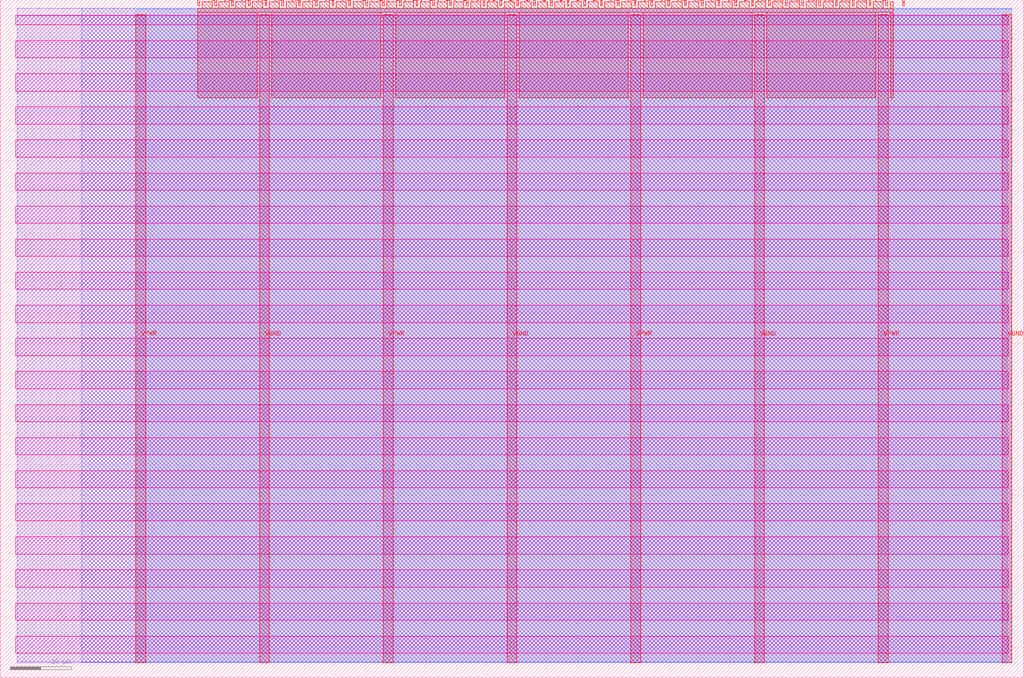
<source format=lef>
VERSION 5.7 ;
  NOWIREEXTENSIONATPIN ON ;
  DIVIDERCHAR "/" ;
  BUSBITCHARS "[]" ;
MACRO tt_um_gchenfc_seven_segment_gerry
  CLASS BLOCK ;
  FOREIGN tt_um_gchenfc_seven_segment_gerry ;
  ORIGIN 0.000 0.000 ;
  SIZE 168.360 BY 111.520 ;
  PIN VGND
    DIRECTION INOUT ;
    USE GROUND ;
    PORT
      LAYER met4 ;
        RECT 42.670 2.480 44.270 109.040 ;
    END
    PORT
      LAYER met4 ;
        RECT 83.380 2.480 84.980 109.040 ;
    END
    PORT
      LAYER met4 ;
        RECT 124.090 2.480 125.690 109.040 ;
    END
    PORT
      LAYER met4 ;
        RECT 164.800 2.480 166.400 109.040 ;
    END
  END VGND
  PIN VPWR
    DIRECTION INOUT ;
    USE POWER ;
    PORT
      LAYER met4 ;
        RECT 22.315 2.480 23.915 109.040 ;
    END
    PORT
      LAYER met4 ;
        RECT 63.025 2.480 64.625 109.040 ;
    END
    PORT
      LAYER met4 ;
        RECT 103.735 2.480 105.335 109.040 ;
    END
    PORT
      LAYER met4 ;
        RECT 144.445 2.480 146.045 109.040 ;
    END
  END VPWR
  PIN clk
    DIRECTION INPUT ;
    USE SIGNAL ;
    ANTENNAGATEAREA 0.852000 ;
    PORT
      LAYER met4 ;
        RECT 145.670 110.520 145.970 111.520 ;
    END
  END clk
  PIN ena
    DIRECTION INPUT ;
    USE SIGNAL ;
    PORT
      LAYER met4 ;
        RECT 148.430 110.520 148.730 111.520 ;
    END
  END ena
  PIN rst_n
    DIRECTION INPUT ;
    USE SIGNAL ;
    ANTENNAGATEAREA 0.196500 ;
    PORT
      LAYER met4 ;
        RECT 142.910 110.520 143.210 111.520 ;
    END
  END rst_n
  PIN ui_in[0]
    DIRECTION INPUT ;
    USE SIGNAL ;
    ANTENNAGATEAREA 0.213000 ;
    PORT
      LAYER met4 ;
        RECT 140.150 110.520 140.450 111.520 ;
    END
  END ui_in[0]
  PIN ui_in[1]
    DIRECTION INPUT ;
    USE SIGNAL ;
    ANTENNAGATEAREA 0.213000 ;
    PORT
      LAYER met4 ;
        RECT 137.390 110.520 137.690 111.520 ;
    END
  END ui_in[1]
  PIN ui_in[2]
    DIRECTION INPUT ;
    USE SIGNAL ;
    ANTENNAGATEAREA 0.126000 ;
    PORT
      LAYER met4 ;
        RECT 134.630 110.520 134.930 111.520 ;
    END
  END ui_in[2]
  PIN ui_in[3]
    DIRECTION INPUT ;
    USE SIGNAL ;
    ANTENNAGATEAREA 0.196500 ;
    PORT
      LAYER met4 ;
        RECT 131.870 110.520 132.170 111.520 ;
    END
  END ui_in[3]
  PIN ui_in[4]
    DIRECTION INPUT ;
    USE SIGNAL ;
    ANTENNAGATEAREA 0.196500 ;
    PORT
      LAYER met4 ;
        RECT 129.110 110.520 129.410 111.520 ;
    END
  END ui_in[4]
  PIN ui_in[5]
    DIRECTION INPUT ;
    USE SIGNAL ;
    ANTENNAGATEAREA 0.159000 ;
    PORT
      LAYER met4 ;
        RECT 126.350 110.520 126.650 111.520 ;
    END
  END ui_in[5]
  PIN ui_in[6]
    DIRECTION INPUT ;
    USE SIGNAL ;
    ANTENNAGATEAREA 0.213000 ;
    PORT
      LAYER met4 ;
        RECT 123.590 110.520 123.890 111.520 ;
    END
  END ui_in[6]
  PIN ui_in[7]
    DIRECTION INPUT ;
    USE SIGNAL ;
    ANTENNAGATEAREA 0.213000 ;
    PORT
      LAYER met4 ;
        RECT 120.830 110.520 121.130 111.520 ;
    END
  END ui_in[7]
  PIN uio_in[0]
    DIRECTION INPUT ;
    USE SIGNAL ;
    PORT
      LAYER met4 ;
        RECT 118.070 110.520 118.370 111.520 ;
    END
  END uio_in[0]
  PIN uio_in[1]
    DIRECTION INPUT ;
    USE SIGNAL ;
    PORT
      LAYER met4 ;
        RECT 115.310 110.520 115.610 111.520 ;
    END
  END uio_in[1]
  PIN uio_in[2]
    DIRECTION INPUT ;
    USE SIGNAL ;
    PORT
      LAYER met4 ;
        RECT 112.550 110.520 112.850 111.520 ;
    END
  END uio_in[2]
  PIN uio_in[3]
    DIRECTION INPUT ;
    USE SIGNAL ;
    PORT
      LAYER met4 ;
        RECT 109.790 110.520 110.090 111.520 ;
    END
  END uio_in[3]
  PIN uio_in[4]
    DIRECTION INPUT ;
    USE SIGNAL ;
    PORT
      LAYER met4 ;
        RECT 107.030 110.520 107.330 111.520 ;
    END
  END uio_in[4]
  PIN uio_in[5]
    DIRECTION INPUT ;
    USE SIGNAL ;
    PORT
      LAYER met4 ;
        RECT 104.270 110.520 104.570 111.520 ;
    END
  END uio_in[5]
  PIN uio_in[6]
    DIRECTION INPUT ;
    USE SIGNAL ;
    PORT
      LAYER met4 ;
        RECT 101.510 110.520 101.810 111.520 ;
    END
  END uio_in[6]
  PIN uio_in[7]
    DIRECTION INPUT ;
    USE SIGNAL ;
    PORT
      LAYER met4 ;
        RECT 98.750 110.520 99.050 111.520 ;
    END
  END uio_in[7]
  PIN uio_oe[0]
    DIRECTION OUTPUT TRISTATE ;
    USE SIGNAL ;
    PORT
      LAYER met4 ;
        RECT 51.830 110.520 52.130 111.520 ;
    END
  END uio_oe[0]
  PIN uio_oe[1]
    DIRECTION OUTPUT TRISTATE ;
    USE SIGNAL ;
    PORT
      LAYER met4 ;
        RECT 49.070 110.520 49.370 111.520 ;
    END
  END uio_oe[1]
  PIN uio_oe[2]
    DIRECTION OUTPUT TRISTATE ;
    USE SIGNAL ;
    PORT
      LAYER met4 ;
        RECT 46.310 110.520 46.610 111.520 ;
    END
  END uio_oe[2]
  PIN uio_oe[3]
    DIRECTION OUTPUT TRISTATE ;
    USE SIGNAL ;
    PORT
      LAYER met4 ;
        RECT 43.550 110.520 43.850 111.520 ;
    END
  END uio_oe[3]
  PIN uio_oe[4]
    DIRECTION OUTPUT TRISTATE ;
    USE SIGNAL ;
    PORT
      LAYER met4 ;
        RECT 40.790 110.520 41.090 111.520 ;
    END
  END uio_oe[4]
  PIN uio_oe[5]
    DIRECTION OUTPUT TRISTATE ;
    USE SIGNAL ;
    PORT
      LAYER met4 ;
        RECT 38.030 110.520 38.330 111.520 ;
    END
  END uio_oe[5]
  PIN uio_oe[6]
    DIRECTION OUTPUT TRISTATE ;
    USE SIGNAL ;
    PORT
      LAYER met4 ;
        RECT 35.270 110.520 35.570 111.520 ;
    END
  END uio_oe[6]
  PIN uio_oe[7]
    DIRECTION OUTPUT TRISTATE ;
    USE SIGNAL ;
    PORT
      LAYER met4 ;
        RECT 32.510 110.520 32.810 111.520 ;
    END
  END uio_oe[7]
  PIN uio_out[0]
    DIRECTION OUTPUT TRISTATE ;
    USE SIGNAL ;
    ANTENNADIFFAREA 0.445500 ;
    PORT
      LAYER met4 ;
        RECT 73.910 110.520 74.210 111.520 ;
    END
  END uio_out[0]
  PIN uio_out[1]
    DIRECTION OUTPUT TRISTATE ;
    USE SIGNAL ;
    ANTENNADIFFAREA 0.445500 ;
    PORT
      LAYER met4 ;
        RECT 71.150 110.520 71.450 111.520 ;
    END
  END uio_out[1]
  PIN uio_out[2]
    DIRECTION OUTPUT TRISTATE ;
    USE SIGNAL ;
    ANTENNADIFFAREA 0.795200 ;
    PORT
      LAYER met4 ;
        RECT 68.390 110.520 68.690 111.520 ;
    END
  END uio_out[2]
  PIN uio_out[3]
    DIRECTION OUTPUT TRISTATE ;
    USE SIGNAL ;
    ANTENNADIFFAREA 0.445500 ;
    PORT
      LAYER met4 ;
        RECT 65.630 110.520 65.930 111.520 ;
    END
  END uio_out[3]
  PIN uio_out[4]
    DIRECTION OUTPUT TRISTATE ;
    USE SIGNAL ;
    ANTENNADIFFAREA 0.795200 ;
    PORT
      LAYER met4 ;
        RECT 62.870 110.520 63.170 111.520 ;
    END
  END uio_out[4]
  PIN uio_out[5]
    DIRECTION OUTPUT TRISTATE ;
    USE SIGNAL ;
    ANTENNADIFFAREA 0.795200 ;
    PORT
      LAYER met4 ;
        RECT 60.110 110.520 60.410 111.520 ;
    END
  END uio_out[5]
  PIN uio_out[6]
    DIRECTION OUTPUT TRISTATE ;
    USE SIGNAL ;
    ANTENNADIFFAREA 0.795200 ;
    PORT
      LAYER met4 ;
        RECT 57.350 110.520 57.650 111.520 ;
    END
  END uio_out[6]
  PIN uio_out[7]
    DIRECTION OUTPUT TRISTATE ;
    USE SIGNAL ;
    ANTENNADIFFAREA 0.445500 ;
    PORT
      LAYER met4 ;
        RECT 54.590 110.520 54.890 111.520 ;
    END
  END uio_out[7]
  PIN uo_out[0]
    DIRECTION OUTPUT TRISTATE ;
    USE SIGNAL ;
    ANTENNADIFFAREA 0.445500 ;
    PORT
      LAYER met4 ;
        RECT 95.990 110.520 96.290 111.520 ;
    END
  END uo_out[0]
  PIN uo_out[1]
    DIRECTION OUTPUT TRISTATE ;
    USE SIGNAL ;
    ANTENNADIFFAREA 0.795200 ;
    PORT
      LAYER met4 ;
        RECT 93.230 110.520 93.530 111.520 ;
    END
  END uo_out[1]
  PIN uo_out[2]
    DIRECTION OUTPUT TRISTATE ;
    USE SIGNAL ;
    ANTENNADIFFAREA 0.795200 ;
    PORT
      LAYER met4 ;
        RECT 90.470 110.520 90.770 111.520 ;
    END
  END uo_out[2]
  PIN uo_out[3]
    DIRECTION OUTPUT TRISTATE ;
    USE SIGNAL ;
    ANTENNADIFFAREA 1.288000 ;
    PORT
      LAYER met4 ;
        RECT 87.710 110.520 88.010 111.520 ;
    END
  END uo_out[3]
  PIN uo_out[4]
    DIRECTION OUTPUT TRISTATE ;
    USE SIGNAL ;
    ANTENNADIFFAREA 0.795200 ;
    PORT
      LAYER met4 ;
        RECT 84.950 110.520 85.250 111.520 ;
    END
  END uo_out[4]
  PIN uo_out[5]
    DIRECTION OUTPUT TRISTATE ;
    USE SIGNAL ;
    ANTENNADIFFAREA 0.891000 ;
    PORT
      LAYER met4 ;
        RECT 82.190 110.520 82.490 111.520 ;
    END
  END uo_out[5]
  PIN uo_out[6]
    DIRECTION OUTPUT TRISTATE ;
    USE SIGNAL ;
    ANTENNADIFFAREA 0.891000 ;
    PORT
      LAYER met4 ;
        RECT 79.430 110.520 79.730 111.520 ;
    END
  END uo_out[6]
  PIN uo_out[7]
    DIRECTION OUTPUT TRISTATE ;
    USE SIGNAL ;
    PORT
      LAYER met4 ;
        RECT 76.670 110.520 76.970 111.520 ;
    END
  END uo_out[7]
  OBS
      LAYER nwell ;
        RECT 2.570 107.385 165.790 108.990 ;
        RECT 2.570 101.945 165.790 104.775 ;
        RECT 2.570 96.505 165.790 99.335 ;
        RECT 2.570 91.065 165.790 93.895 ;
        RECT 2.570 85.625 165.790 88.455 ;
        RECT 2.570 80.185 165.790 83.015 ;
        RECT 2.570 74.745 165.790 77.575 ;
        RECT 2.570 69.305 165.790 72.135 ;
        RECT 2.570 63.865 165.790 66.695 ;
        RECT 2.570 58.425 165.790 61.255 ;
        RECT 2.570 52.985 165.790 55.815 ;
        RECT 2.570 47.545 165.790 50.375 ;
        RECT 2.570 42.105 165.790 44.935 ;
        RECT 2.570 36.665 165.790 39.495 ;
        RECT 2.570 31.225 165.790 34.055 ;
        RECT 2.570 25.785 165.790 28.615 ;
        RECT 2.570 20.345 165.790 23.175 ;
        RECT 2.570 14.905 165.790 17.735 ;
        RECT 2.570 9.465 165.790 12.295 ;
        RECT 2.570 4.025 165.790 6.855 ;
      LAYER li1 ;
        RECT 2.760 2.635 165.600 108.885 ;
      LAYER met1 ;
        RECT 2.760 2.480 166.400 110.120 ;
      LAYER met2 ;
        RECT 13.440 2.535 166.370 110.150 ;
      LAYER met3 ;
        RECT 22.325 2.555 166.390 109.985 ;
      LAYER met4 ;
        RECT 33.210 110.120 34.870 111.170 ;
        RECT 35.970 110.120 37.630 111.170 ;
        RECT 38.730 110.120 40.390 111.170 ;
        RECT 41.490 110.120 43.150 111.170 ;
        RECT 44.250 110.120 45.910 111.170 ;
        RECT 47.010 110.120 48.670 111.170 ;
        RECT 49.770 110.120 51.430 111.170 ;
        RECT 52.530 110.120 54.190 111.170 ;
        RECT 55.290 110.120 56.950 111.170 ;
        RECT 58.050 110.120 59.710 111.170 ;
        RECT 60.810 110.120 62.470 111.170 ;
        RECT 63.570 110.120 65.230 111.170 ;
        RECT 66.330 110.120 67.990 111.170 ;
        RECT 69.090 110.120 70.750 111.170 ;
        RECT 71.850 110.120 73.510 111.170 ;
        RECT 74.610 110.120 76.270 111.170 ;
        RECT 77.370 110.120 79.030 111.170 ;
        RECT 80.130 110.120 81.790 111.170 ;
        RECT 82.890 110.120 84.550 111.170 ;
        RECT 85.650 110.120 87.310 111.170 ;
        RECT 88.410 110.120 90.070 111.170 ;
        RECT 91.170 110.120 92.830 111.170 ;
        RECT 93.930 110.120 95.590 111.170 ;
        RECT 96.690 110.120 98.350 111.170 ;
        RECT 99.450 110.120 101.110 111.170 ;
        RECT 102.210 110.120 103.870 111.170 ;
        RECT 104.970 110.120 106.630 111.170 ;
        RECT 107.730 110.120 109.390 111.170 ;
        RECT 110.490 110.120 112.150 111.170 ;
        RECT 113.250 110.120 114.910 111.170 ;
        RECT 116.010 110.120 117.670 111.170 ;
        RECT 118.770 110.120 120.430 111.170 ;
        RECT 121.530 110.120 123.190 111.170 ;
        RECT 124.290 110.120 125.950 111.170 ;
        RECT 127.050 110.120 128.710 111.170 ;
        RECT 129.810 110.120 131.470 111.170 ;
        RECT 132.570 110.120 134.230 111.170 ;
        RECT 135.330 110.120 136.990 111.170 ;
        RECT 138.090 110.120 139.750 111.170 ;
        RECT 140.850 110.120 142.510 111.170 ;
        RECT 143.610 110.120 145.270 111.170 ;
        RECT 146.370 110.120 146.905 111.170 ;
        RECT 32.495 109.440 146.905 110.120 ;
        RECT 32.495 95.375 42.270 109.440 ;
        RECT 44.670 95.375 62.625 109.440 ;
        RECT 65.025 95.375 82.980 109.440 ;
        RECT 85.380 95.375 103.335 109.440 ;
        RECT 105.735 95.375 123.690 109.440 ;
        RECT 126.090 95.375 144.045 109.440 ;
        RECT 146.445 95.375 146.905 109.440 ;
  END
END tt_um_gchenfc_seven_segment_gerry
END LIBRARY


</source>
